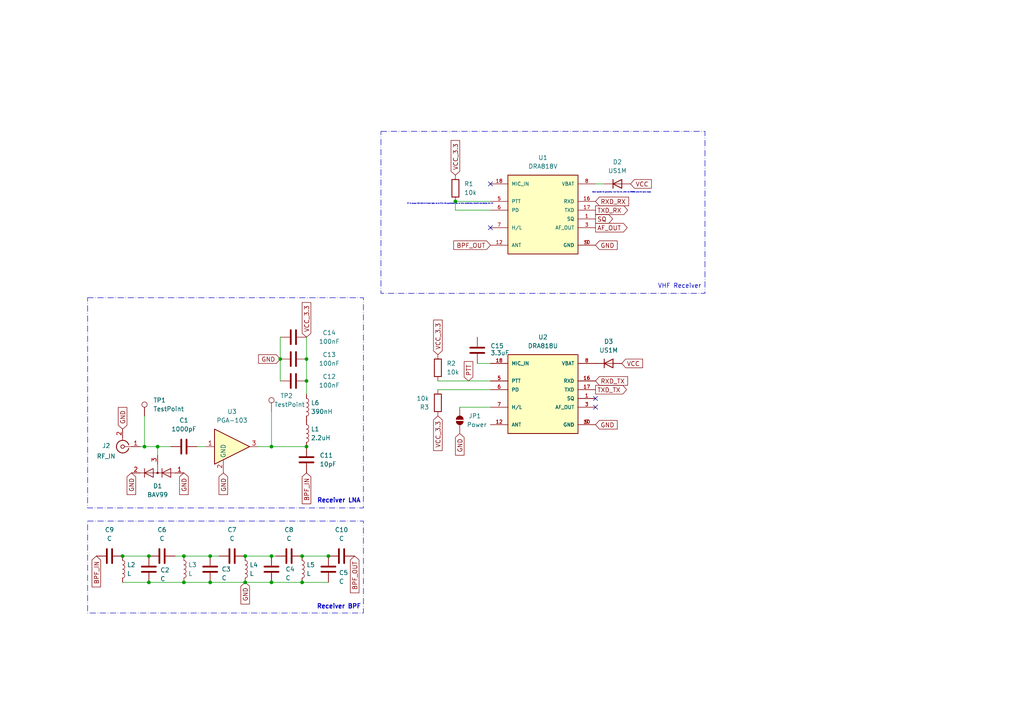
<source format=kicad_sch>
(kicad_sch (version 20250114) (generator "eeschema") (generator_version "9.0")
  (paper "A4")
  (lib_symbols
    (symbol "Connector:Conn_Coaxial" (pin_names (offset 1.016) (hide yes))
      (property "Reference" "J" (at 0.254 3.048 0))
      (property "Value" "Conn_Coaxial" (at 2.921 0 90))
      (symbol "Conn_Coaxial_0_1"
        (polyline (pts (xy -2.54 0) (xy -0.508 0)))
        (arc (start 1.778 0) (mid 0.222 -1.8079) (end -1.778 -0.508) (stroke (width 0.254)))
        (arc (start -1.778 0.508) (mid 0.2221 1.8084) (end 1.778 0) (stroke (width 0.254)))
        (circle (center 0 0) (radius 0.508) (stroke (width 0.2032)))
        (polyline (pts (xy 0 -2.54) (xy 0 -1.778)))
      )
      (symbol "Conn_Coaxial_1_1"
        (pin passive line (at -5.08 0 0) (length 2.54) (name "In") (number "1"))
        (pin passive line (at 0 -5.08 90) (length 2.54) (name "Ext") (number "2"))
      )
    )
    (symbol "Connector:TestPoint" (pin_numbers (hide yes)) (pin_names (offset 0.762) (hide yes))
      (property "Reference" "TP" (at 0 6.858 0))
      (property "Value" "TestPoint" (at 0 5.08 0))
      (symbol "TestPoint_0_1"
        (circle (center 0 3.302) (radius 0.762))
      )
      (symbol "TestPoint_1_1"
        (pin passive line (at 0 0 90) (length 2.54) (name "1") (number "1"))
      )
    )
    (symbol "DRA818:DRA818V" (pin_names (offset 1.016))
      (property "Reference" "U" (at -10.1661 13.2159 0))
      (property "Value" "DRA818V" (at -10.1663 -12.7078 0))
      (symbol "DRA818V_0_0"
        (rectangle (start -10.16 -10.16) (end 10.16 12.7) (stroke (width 0.254)) (fill (type background)))
        (pin input line (at -15.24 10.16 0) (length 5.08) (name "MIC_IN") (number "18"))
        (pin input line (at -15.24 5.08 0) (length 5.08) (name "PTT") (number "5"))
        (pin input line (at -15.24 2.54 0) (length 5.08) (name "PD") (number "6"))
        (pin input line (at -15.24 -2.54 0) (length 5.08) (name "H/L") (number "7"))
        (pin passive line (at -15.24 -7.62 0) (length 5.08) (name "ANT") (number "12"))
        (pin power_in line (at 15.24 10.16 180) (length 5.08) (name "VBAT") (number "8"))
        (pin input line (at 15.24 5.08 180) (length 5.08) (name "RXD") (number "16"))
        (pin output line (at 15.24 2.54 180) (length 5.08) (name "TXD") (number "17"))
        (pin output line (at 15.24 0 180) (length 5.08) (name "SQ") (number "1"))
        (pin output line (at 15.24 -2.54 180) (length 5.08) (name "AF_OUT") (number "3"))
        (pin power_in line (at 15.24 -7.62 180) (length 5.08) (name "GND") (number "10"))
        (pin power_in line (at 15.24 -7.62 180) (length 5.08) (name "GND") (number "9"))
      )
    )
    (symbol "Device:C" (pin_numbers (hide yes)) (pin_names (offset 0.254))
      (property "Reference" "C" (at 0.635 2.54 0))
      (property "Value" "C" (at 0.635 -2.54 0))
      (symbol "C_0_1"
        (polyline (pts (xy -2.032 0.762) (xy 2.032 0.762)) (stroke (width 0.508)))
        (polyline (pts (xy -2.032 -0.762) (xy 2.032 -0.762)) (stroke (width 0.508)))
      )
      (symbol "C_1_1"
        (pin passive line (at 0 3.81 270) (length 2.794) (name "~") (number "1"))
        (pin passive line (at 0 -3.81 90) (length 2.794) (name "~") (number "2"))
      )
    )
    (symbol "Device:L" (pin_numbers (hide yes)) (pin_names (offset 1.016) (hide yes))
      (property "Reference" "L" (at -1.27 0 90))
      (property "Value" "L" (at 1.905 0 90))
      (symbol "L_0_1"
        (arc (start 0 2.54) (mid 0.6323 1.905) (end 0 1.27))
        (arc (start 0 1.27) (mid 0.6323 0.635) (end 0 0))
        (arc (start 0 0) (mid 0.6323 -0.635) (end 0 -1.27))
        (arc (start 0 -1.27) (mid 0.6323 -1.905) (end 0 -2.54))
      )
      (symbol "L_1_1"
        (pin passive line (at 0 3.81 270) (length 1.27) (name "1") (number "1"))
        (pin passive line (at 0 -3.81 90) (length 1.27) (name "2") (number "2"))
      )
    )
    (symbol "Device:R" (pin_numbers (hide yes)) (pin_names (offset 0))
      (property "Reference" "R" (at 2.032 0 90))
      (property "Value" "R" (at 0 0 90))
      (symbol "R_0_1"
        (rectangle (start -1.016 -2.54) (end 1.016 2.54) (stroke (width 0.254)))
      )
      (symbol "R_1_1"
        (pin passive line (at 0 3.81 270) (length 1.27) (name "~") (number "1"))
        (pin passive line (at 0 -3.81 90) (length 1.27) (name "~") (number "2"))
      )
    )
    (symbol "Diode:BAV99" (pin_names (hide yes))
      (property "Reference" "D" (at 0 5.08 0))
      (property "Value" "BAV99" (at 0 2.54 0))
      (symbol "BAV99_0_1"
        (polyline (pts (xy -5.08 0) (xy 5.08 0)))
      )
      (symbol "BAV99_1_1"
        (polyline (pts (xy -3.81 1.27) (xy -1.27 0) (xy -3.81 -1.27) (xy -3.81 1.27) (xy -3.81 1.27) (xy -3.81 1.27)) (stroke (width 0.2032)))
        (polyline (pts (xy -1.27 -1.27) (xy -1.27 1.27) (xy -1.27 1.27)) (stroke (width 0.2032)))
        (polyline (pts (xy 0 0) (xy 0 -2.54)))
        (circle (center 0 0) (radius 0.254) (fill (type outline)))
        (polyline (pts (xy 1.27 1.27) (xy 3.81 0) (xy 1.27 -1.27) (xy 1.27 1.27) (xy 1.27 1.27) (xy 1.27 1.27)) (stroke (width 0.2032)))
        (polyline (pts (xy 3.81 1.27) (xy 3.81 -1.27) (xy 3.81 -1.27)) (stroke (width 0.2032)))
        (pin passive line (at -7.62 0 0) (length 2.54) (name "K") (number "1"))
        (pin passive line (at 0 -5.08 90) (length 2.54) (name "K") (number "3"))
        (pin passive line (at 7.62 0 180) (length 2.54) (name "A") (number "2"))
      )
    )
    (symbol "Diode:US1M" (pin_numbers (hide yes)) (pin_names (hide yes))
      (property "Reference" "D" (at 0 2.54 0))
      (property "Value" "US1M" (at 0 -2.54 0))
      (symbol "US1M_0_1"
        (polyline (pts (xy -1.27 1.27) (xy -1.27 -1.27)) (stroke (width 0.254)))
        (polyline (pts (xy 1.27 1.27) (xy 1.27 -1.27) (xy -1.27 0) (xy 1.27 1.27)) (stroke (width 0.254)))
        (polyline (pts (xy 1.27 0) (xy -1.27 0)))
      )
      (symbol "US1M_1_1"
        (pin passive line (at -3.81 0 0) (length 2.54) (name "K") (number "1"))
        (pin passive line (at 3.81 0 180) (length 2.54) (name "A") (number "2"))
      )
    )
    (symbol "Jumper:SolderJumper_2_Open" (pin_numbers (hide yes)) (pin_names (offset 0) (hide yes)) (in_bom no)
      (property "Reference" "JP" (at 0 2.032 0))
      (property "Value" "SolderJumper_2_Open" (at 0 -2.54 0))
      (symbol "SolderJumper_2_Open_0_1"
        (polyline (pts (xy -0.254 1.016) (xy -0.254 -1.016)))
        (arc (start -0.254 -1.016) (mid -1.2656 0) (end -0.254 1.016))
        (arc (start -0.254 -1.016) (mid -1.2656 0) (end -0.254 1.016) (fill (type outline)))
        (arc (start 0.254 1.016) (mid 1.2656 0) (end 0.254 -1.016))
        (arc (start 0.254 1.016) (mid 1.2656 0) (end 0.254 -1.016) (fill (type outline)))
        (polyline (pts (xy 0.254 1.016) (xy 0.254 -1.016)))
      )
      (symbol "SolderJumper_2_Open_1_1"
        (pin passive line (at -3.81 0 0) (length 2.54) (name "A") (number "1"))
        (pin passive line (at 3.81 0 180) (length 2.54) (name "B") (number "2"))
      )
    )
    (symbol "RF_Amplifier:PGA-103"
      (property "Reference" "U" (at -1.27 7.62 0))
      (property "Value" "PGA-103" (at 2.54 5.08 0))
      (symbol "PGA-103_0_1"
        (polyline (pts (xy 5.08 0) (xy -5.08 5.08) (xy -5.08 -5.08) (xy 5.08 0)) (stroke (width 0.254)) (fill (type background)))
      )
      (symbol "PGA-103_1_1"
        (pin input line (at -7.62 0 0) (length 2.54) (name "~") (number "1"))
        (pin power_in line (at -2.54 -7.62 90) (length 3.81) (name "GND") (number "2"))
        (pin output line (at 7.62 0 180) (length 2.54) (name "~") (number "3"))
      )
    )
  )
  (rectangle (start 110.49 38.1) (end 204.47 85.09) (stroke (width 0) (type dash_dot)))
  (rectangle (start 25.4 151.13) (end 105.41 177.8) (stroke (width 0) (type dash_dot)))
  (rectangle (start 25.4 86.36) (end 105.41 147.32) (stroke (width 0) (type dash_dot)))
  (text "Receiver BPF\n" (at 98.298 176.022 0) (effects (font (size 1.27 1.27) (thickness 0.254) (bold yes))))
  (text "VHF Receiver" (at 197.104 83.058 0) (effects (font (size 1.27 1.27))))
  (text "Receiver LNA" (at 98.298 145.288 0) (effects (font (size 1.27 1.27) (thickness 0.254) (bold yes))))
  (text "Quick solution for generating ~4.3v from 5V, which the DRA818 wants for some reason" (at 180.34 55.88 0) (effects (font (size 0.254 0.254))))
  (text "PTT is always HIGH (this is inverse logic, so no PTT). This guarantees that we never accidentally transmit and destroy the LNA" (at 130.556 59.182 0) (effects (font (size 0.254 0.254) (thickness 0.0508) (bold yes))))
  (junction (at 35.56 161.29))
  (junction (at 43.18 161.29))
  (junction (at 88.9 110.49))
  (junction (at 60.96 168.91))
  (junction (at 45.72 129.54))
  (junction (at 71.12 161.29))
  (junction (at 53.34 161.29))
  (junction (at 88.9 129.54))
  (junction (at 78.74 129.54))
  (junction (at 53.34 168.91))
  (junction (at 132.08 58.42))
  (junction (at 60.96 161.29))
  (junction (at 71.12 168.91))
  (junction (at 87.63 168.91))
  (junction (at 78.74 161.29))
  (junction (at 81.28 104.14))
  (junction (at 87.63 161.29))
  (junction (at 43.18 168.91))
  (junction (at 88.9 104.14))
  (junction (at 95.25 161.29))
  (junction (at 78.74 168.91))
  (junction (at 41.91 129.54))
  (no_connect (at 142.24 53.34))
  (no_connect (at 172.72 118.11))
  (no_connect (at 172.72 115.57))
  (no_connect (at 142.24 66.04))
  (wire (pts (xy 43.18 168.91) (xy 53.34 168.91)))
  (wire (pts (xy 88.9 104.14) (xy 88.9 110.49)))
  (wire (pts (xy 35.56 168.91) (xy 43.18 168.91)))
  (wire (pts (xy 53.34 161.29) (xy 60.96 161.29)))
  (wire (pts (xy 74.93 129.54) (xy 78.74 129.54)))
  (wire (pts (xy 53.34 168.91) (xy 60.96 168.91)))
  (wire (pts (xy 87.63 168.91) (xy 95.25 168.91)))
  (wire (pts (xy 80.01 161.29) (xy 78.74 161.29)))
  (wire (pts (xy 35.56 161.29) (xy 43.18 161.29)))
  (wire (pts (xy 78.74 168.91) (xy 87.63 168.91)))
  (wire (pts (xy 71.12 168.91) (xy 78.74 168.91)))
  (wire (pts (xy 60.96 168.91) (xy 71.12 168.91)))
  (wire (pts (xy 71.12 161.29) (xy 78.74 161.29)))
  (wire (pts (xy 88.9 97.79) (xy 88.9 104.14)))
  (wire (pts (xy 41.91 129.54) (xy 45.72 129.54)))
  (wire (pts (xy 127 113.03) (xy 142.24 113.03)))
  (wire (pts (xy 57.15 129.54) (xy 59.69 129.54)))
  (wire (pts (xy 133.35 118.11) (xy 142.24 118.11)))
  (wire (pts (xy 40.64 129.54) (xy 41.91 129.54)))
  (wire (pts (xy 127 110.49) (xy 142.24 110.49)))
  (wire (pts (xy 175.26 53.34) (xy 172.72 53.34)))
  (wire (pts (xy 45.72 129.54) (xy 45.72 132.08)))
  (wire (pts (xy 49.53 129.54) (xy 45.72 129.54)))
  (wire (pts (xy 132.08 58.42) (xy 142.24 58.42)))
  (wire (pts (xy 81.28 97.79) (xy 81.28 104.14)))
  (wire (pts (xy 60.96 161.29) (xy 63.5 161.29)))
  (wire (pts (xy 78.74 129.54) (xy 78.74 119.38)))
  (wire (pts (xy 132.08 60.96) (xy 132.08 58.42)))
  (wire (pts (xy 41.91 120.65) (xy 41.91 129.54)))
  (wire (pts (xy 142.24 60.96) (xy 132.08 60.96)))
  (wire (pts (xy 87.63 161.29) (xy 95.25 161.29)))
  (wire (pts (xy 88.9 110.49) (xy 88.9 114.3)))
  (wire (pts (xy 138.43 105.41) (xy 142.24 105.41)))
  (wire (pts (xy 78.74 129.54) (xy 88.9 129.54)))
  (wire (pts (xy 81.28 104.14) (xy 81.28 110.49)))
  (wire (pts (xy 53.34 161.29) (xy 50.8 161.29)))
  (global_label "RXD_RX" (shape input) (at 172.72 58.42 0) (property "Intersheetrefs" "${INTERSHEET_REFS}" (effects (hide yes))))
  (global_label "PTT" (shape input) (at 135.89 110.49 90) (property "Intersheetrefs" "${INTERSHEET_REFS}" (effects (hide yes))))
  (global_label "GND" (shape input) (at 172.72 71.12 0) (property "Intersheetrefs" "${INTERSHEET_REFS}" (effects (hide yes))))
  (global_label "AF_OUT" (shape output) (at 172.72 66.04 0) (property "Intersheetrefs" "${INTERSHEET_REFS}" (effects (hide yes))))
  (global_label "GND" (shape input) (at 133.35 125.73 270) (property "Intersheetrefs" "${INTERSHEET_REFS}" (effects (hide yes))))
  (global_label "GND" (shape input) (at 53.34 137.16 270) (property "Intersheetrefs" "${INTERSHEET_REFS}" (effects (hide yes))))
  (global_label "TXD_TX" (shape output) (at 172.72 113.03 0) (property "Intersheetrefs" "${INTERSHEET_REFS}" (effects (hide yes))))
  (global_label "BPF_IN" (shape input) (at 88.9 137.16 270) (effects (font (thickness 0.1588))) (property "Intersheetrefs" "${INTERSHEET_REFS}" (effects (hide yes))))
  (global_label "VCC_3.3" (shape input) (at 127 102.87 90) (property "Intersheetrefs" "${INTERSHEET_REFS}" (effects (hide yes))))
  (global_label "RXD_TX" (shape input) (at 172.72 110.49 0) (property "Intersheetrefs" "${INTERSHEET_REFS}" (effects (hide yes))))
  (global_label "BPF_IN" (shape input) (at 27.94 161.29 270) (effects (font (thickness 0.1588))) (property "Intersheetrefs" "${INTERSHEET_REFS}" (effects (hide yes))))
  (global_label "BPF_OUT" (shape input) (at 102.87 161.29 270) (property "Intersheetrefs" "${INTERSHEET_REFS}" (effects (hide yes))))
  (global_label "VCC_3.3" (shape input) (at 132.08 50.8 90) (property "Intersheetrefs" "${INTERSHEET_REFS}" (effects (hide yes))))
  (global_label "VCC" (shape input) (at 180.34 105.41 0) (property "Intersheetrefs" "${INTERSHEET_REFS}" (effects (hide yes))))
  (global_label "BPF_OUT" (shape input) (at 142.24 71.12 180) (property "Intersheetrefs" "${INTERSHEET_REFS}" (effects (hide yes))))
  (global_label "VCC_3.3" (shape input) (at 127 120.65 270) (property "Intersheetrefs" "${INTERSHEET_REFS}" (effects (hide yes))))
  (global_label "SQ" (shape output) (at 172.72 63.5 0) (property "Intersheetrefs" "${INTERSHEET_REFS}" (effects (hide yes))))
  (global_label "GND" (shape input) (at 38.1 137.16 270) (property "Intersheetrefs" "${INTERSHEET_REFS}" (effects (hide yes))))
  (global_label "GND" (shape input) (at 35.56 124.46 90) (property "Intersheetrefs" "${INTERSHEET_REFS}" (effects (hide yes))))
  (global_label "GND" (shape input) (at 64.77 137.16 270) (property "Intersheetrefs" "${INTERSHEET_REFS}" (effects (hide yes))))
  (global_label "GND" (shape input) (at 172.72 123.19 0) (property "Intersheetrefs" "${INTERSHEET_REFS}" (effects (hide yes))))
  (global_label "VCC_3.3" (shape input) (at 88.9 97.79 90) (property "Intersheetrefs" "${INTERSHEET_REFS}" (effects (hide yes))))
  (global_label "TXD_RX" (shape output) (at 172.72 60.96 0) (property "Intersheetrefs" "${INTERSHEET_REFS}" (effects (hide yes))))
  (global_label "GND" (shape input) (at 71.12 168.91 270) (property "Intersheetrefs" "${INTERSHEET_REFS}" (effects (hide yes))))
  (global_label "VCC" (shape input) (at 182.88 53.34 0) (property "Intersheetrefs" "${INTERSHEET_REFS}" (effects (hide yes))))
  (global_label "GND" (shape input) (at 81.28 104.14 180) (property "Intersheetrefs" "${INTERSHEET_REFS}" (effects (hide yes))))
  (symbol (lib_id "Device:C") (at 67.31 161.29 90) (unit 1)
    (property "Reference" "C7" (at 67.31 153.67 90))
    (property "Value" "C" (at 67.31 156.21 90))
    (property "Description" "Unpolarized capacitor" (effects (hide yes)))
  )
  (symbol (lib_id "Connector:TestPoint") (at 78.74 119.38 0) (unit 1)
    (property "Reference" "TP2" (at 81.28 114.8079 0) (effects (justify left)))
    (property "Value" "TestPoint" (at 79.502 117.348 0) (effects (justify left)))
    (property "Description" "test point" (effects (hide yes)))
  )
  (symbol (lib_id "Device:C") (at 83.82 161.29 90) (unit 1)
    (property "Reference" "C8" (at 83.82 153.67 90))
    (property "Value" "C" (at 83.82 156.21 90))
    (property "Description" "Unpolarized capacitor" (effects (hide yes)))
  )
  (symbol (lib_id "Device:L") (at 35.56 165.1 0) (unit 1)
    (property "Reference" "L2" (at 36.83 163.8299 0) (effects (justify left)))
    (property "Value" "L" (at 36.83 166.3699 0) (effects (justify left)))
    (property "Description" "Inductor" (effects (hide yes)))
  )
  (symbol (lib_id "Device:C") (at 85.09 97.79 90) (unit 1)
    (property "Reference" "C14" (at 95.504 96.52 90))
    (property "Value" "100nF" (at 95.504 99.06 90))
    (property "Description" "Unpolarized capacitor" (effects (hide yes)))
  )
  (symbol (lib_id "Device:R") (at 127 116.84 180) (unit 1)
    (property "Reference" "R3" (at 124.46 118.1101 0) (effects (justify left)))
    (property "Value" "10k" (at 124.46 115.5701 0) (effects (justify left)))
    (property "Description" "Resistor" (effects (hide yes)))
  )
  (symbol (lib_id "DRA818:DRA818V") (at 157.48 115.57 0) (unit 1)
    (property "Reference" "U2" (at 157.48 97.79 0))
    (property "Value" "DRA818U" (at 157.48 100.33 0))
    (property "Footprint" "DRA818V:DORJI_DRA818V" (effects (hide yes)))
    (property "MF" "DORJI" (effects (hide yes)))
    (property "Package" "Package" (effects (hide yes)))
    (property "Price" "None" (effects (hide yes)))
    (property "Check_prices" "https://www.snapeda.com/parts/DRA818V/DORJI/view-part/?ref=eda" (effects (hide yes)))
    (property "PART_REV" "1.23" (effects (hide yes)))
    (property "STANDARD" "MANUFACTURER RECOMMENDATIONS" (effects (hide yes)))
    (property "SnapEDA_Link" "https://www.snapeda.com/parts/DRA818V/DORJI/view-part/?ref=snap" (effects (hide yes)))
    (property "MP" "DRA818V" (effects (hide yes)))
    (property "Availability" "Not in stock" (effects (hide yes)))
    (property "MANUFACTURER" "DORJI" (effects (hide yes)))
  )
  (symbol (lib_id "RF_Amplifier:PGA-103") (at 67.31 129.54 0) (unit 1)
    (property "Reference" "U3" (at 67.31 119.38 0))
    (property "Value" "PGA-103" (at 67.31 121.92 0))
    (property "Footprint" "Package_TO_SOT_SMD:SOT-89-3_Handsoldering" (effects (hide yes)))
    (property "Datasheet" "https://www.minicircuits.com/pdfs/PGA-103+.pdf" (effects (hide yes)))
    (property "Description" "50-4000MHz +11dB Low Noise Amplifier, SOT-89" (effects (hide yes)))
  )
  (symbol (lib_id "Device:C") (at 46.99 161.29 90) (unit 1)
    (property "Reference" "C6" (at 46.99 153.67 90))
    (property "Value" "C" (at 46.99 156.21 90))
    (property "Description" "Unpolarized capacitor" (effects (hide yes)))
  )
  (symbol (lib_id "Device:C") (at 43.18 165.1 0) (unit 1)
    (property "Reference" "C2" (at 46.482 165.354 0) (effects (justify left)))
    (property "Value" "C" (at 46.482 167.894 0) (effects (justify left)))
    (property "Description" "Unpolarized capacitor" (effects (hide yes)))
  )
  (symbol (lib_id "Device:R") (at 127 106.68 0) (unit 1)
    (property "Reference" "R2" (at 129.54 105.4099 0) (effects (justify left)))
    (property "Value" "10k" (at 129.54 107.9499 0) (effects (justify left)))
    (property "Description" "Resistor" (effects (hide yes)))
  )
  (symbol (lib_id "DRA818:DRA818V") (at 157.48 63.5 0) (unit 1)
    (property "Reference" "U1" (at 157.48 45.72 0))
    (property "Value" "DRA818V" (at 157.48 48.26 0))
    (property "Footprint" "DRA818V:DORJI_DRA818V" (effects (hide yes)))
    (property "MF" "DORJI" (effects (hide yes)))
    (property "Package" "Package" (effects (hide yes)))
    (property "Price" "None" (effects (hide yes)))
    (property "Check_prices" "https://www.snapeda.com/parts/DRA818V/DORJI/view-part/?ref=eda" (effects (hide yes)))
    (property "PART_REV" "1.23" (effects (hide yes)))
    (property "STANDARD" "MANUFACTURER RECOMMENDATIONS" (effects (hide yes)))
    (property "SnapEDA_Link" "https://www.snapeda.com/parts/DRA818V/DORJI/view-part/?ref=snap" (effects (hide yes)))
    (property "MP" "DRA818V" (effects (hide yes)))
    (property "Availability" "Not in stock" (effects (hide yes)))
    (property "MANUFACTURER" "DORJI" (effects (hide yes)))
  )
  (symbol (lib_id "Device:C") (at 99.06 161.29 90) (unit 1)
    (property "Reference" "C10" (at 99.06 153.67 90))
    (property "Value" "C" (at 99.06 156.21 90))
    (property "Description" "Unpolarized capacitor" (effects (hide yes)))
  )
  (symbol (lib_id "Device:L") (at 53.34 165.1 0) (unit 1)
    (property "Reference" "L3" (at 54.61 163.8299 0) (effects (justify left)))
    (property "Value" "L" (at 54.61 166.3699 0) (effects (justify left)))
    (property "Description" "Inductor" (effects (hide yes)))
  )
  (symbol (lib_id "Device:C") (at 60.96 165.1 0) (unit 1)
    (property "Reference" "C3" (at 64.262 165.1 0) (effects (justify left)))
    (property "Value" "C" (at 64.262 167.64 0) (effects (justify left)))
    (property "Description" "Unpolarized capacitor" (effects (hide yes)))
  )
  (symbol (lib_id "Connector:Conn_Coaxial") (at 35.56 129.54 180) (unit 1)
    (property "Reference" "J2" (at 32.004 129.286 0) (effects (justify left)))
    (property "Value" "RF_IN" (at 33.528 132.334 0) (effects (justify left)))
    (property "Footprint" "Connector_Coaxial:SMA_Amphenol_132289_EdgeMount" (effects (hide yes)))
    (property "Description" "coaxial connector (BNC, SMA, SMB, SMC, Cinch/RCA, LEMO, ...)" (effects (hide yes)))
  )
  (symbol (lib_id "Device:L") (at 87.63 165.1 0) (unit 1)
    (property "Reference" "L5" (at 88.9 163.8299 0) (effects (justify left)))
    (property "Value" "L" (at 88.9 166.3699 0) (effects (justify left)))
    (property "Description" "Inductor" (effects (hide yes)))
  )
  (symbol (lib_id "Device:C") (at 31.75 161.29 90) (unit 1)
    (property "Reference" "C9" (at 31.75 153.67 90))
    (property "Value" "C" (at 31.75 156.21 90))
    (property "Description" "Unpolarized capacitor" (effects (hide yes)))
  )
  (symbol (lib_id "Jumper:SolderJumper_2_Open") (at 133.35 121.92 90) (unit 1) (in_bom no)
    (property "Reference" "JP1" (at 135.89 120.6499 90) (effects (justify right)))
    (property "Value" "Power" (at 135.382 123.19 90) (effects (justify right)))
    (property "Footprint" "Jumper:SolderJumper-2_P1.3mm_Open_TrianglePad1.0x1.5mm" (effects (hide yes)))
    (property "Description" "Solder Jumper, 2-pole, open" (effects (hide yes)))
  )
  (symbol (lib_id "Device:L") (at 88.9 118.11 0) (unit 1)
    (property "Reference" "L6" (at 90.17 116.8399 0) (effects (justify left)))
    (property "Value" "390nH" (at 90.17 119.3799 0) (effects (justify left)))
    (property "Description" "Inductor" (effects (hide yes)))
  )
  (symbol (lib_id "Connector:TestPoint") (at 41.91 120.65 0) (unit 1)
    (property "Reference" "TP1" (at 44.45 116.0779 0) (effects (justify left)))
    (property "Value" "TestPoint" (at 44.45 118.6179 0) (effects (justify left)))
    (property "Description" "test point" (effects (hide yes)))
  )
  (symbol (lib_id "Device:L") (at 88.9 125.73 0) (unit 1)
    (property "Reference" "L1" (at 90.17 124.4599 0) (effects (justify left)))
    (property "Value" "2.2uH" (at 90.17 126.9999 0) (effects (justify left)))
    (property "Description" "Inductor" (effects (hide yes)))
  )
  (symbol (lib_id "Device:C") (at 85.09 104.14 90) (unit 1)
    (property "Reference" "C13" (at 95.504 102.87 90))
    (property "Value" "100nF" (at 95.504 105.41 90))
    (property "Description" "Unpolarized capacitor" (effects (hide yes)))
  )
  (symbol (lib_id "Device:C") (at 53.34 129.54 90) (unit 1)
    (property "Reference" "C1" (at 53.34 121.92 90))
    (property "Value" "1000pF" (at 53.34 124.46 90))
    (property "Description" "Unpolarized capacitor" (effects (hide yes)))
  )
  (symbol (lib_id "Device:C") (at 138.43 101.6 0) (unit 1)
    (property "Reference" "C15" (at 142.24 100.3299 0) (effects (justify left)))
    (property "Value" "3.3uF" (at 142.24 102.362 0) (effects (justify left)))
    (property "Description" "Unpolarized capacitor" (effects (hide yes)))
  )
  (symbol (lib_id "Diode:BAV99") (at 45.72 137.16 180) (unit 1)
    (property "Reference" "D1" (at 45.72 140.97 0))
    (property "Value" "BAV99" (at 45.72 143.51 0))
    (property "Footprint" "Package_TO_SOT_SMD:SOT-23" (effects (hide yes)))
    (property "Datasheet" "https://assets.nexperia.com/documents/data-sheet/BAV99_SER.pdf" (effects (hide yes)))
    (property "Description" "BAV99 High-speed switching diodes, SOT-23" (effects (hide yes)))
  )
  (symbol (lib_id "Device:C") (at 95.25 165.1 0) (unit 1)
    (property "Reference" "C5" (at 98.298 166.116 0) (effects (justify left)))
    (property "Value" "C" (at 98.298 168.656 0) (effects (justify left)))
    (property "Description" "Unpolarized capacitor" (effects (hide yes)))
  )
  (symbol (lib_id "Device:C") (at 88.9 133.35 180) (unit 1)
    (property "Reference" "C11" (at 92.71 132.0799 0) (effects (justify right)))
    (property "Value" "10pF" (at 92.71 134.6199 0) (effects (justify right)))
    (property "Description" "Unpolarized capacitor" (effects (hide yes)))
  )
  (symbol (lib_id "Device:L") (at 71.12 165.1 0) (unit 1)
    (property "Reference" "L4" (at 72.39 163.8299 0) (effects (justify left)))
    (property "Value" "L" (at 72.39 166.3699 0) (effects (justify left)))
    (property "Description" "Inductor" (effects (hide yes)))
  )
  (symbol (lib_id "Device:R") (at 132.08 54.61 0) (unit 1)
    (property "Reference" "R1" (at 134.62 53.3399 0) (effects (justify left)))
    (property "Value" "10k" (at 134.62 55.8799 0) (effects (justify left)))
    (property "Description" "Resistor" (effects (hide yes)))
  )
  (symbol (lib_id "Diode:US1M") (at 179.07 53.34 0) (unit 1)
    (property "Reference" "D2" (at 179.07 46.99 0))
    (property "Value" "US1M" (at 179.07 49.53 0))
    (property "Footprint" "Diode_SMD:D_SMA" (effects (hide yes)))
    (property "Datasheet" "https://www.diodes.com/assets/Datasheets/ds16008.pdf" (effects (hide yes)))
    (property "Description" "1000V, 1A, General Purpose Rectifier Diode, SMA(DO-214AC)" (effects (hide yes)))
    (property "Sim.Device" "D" (effects (hide yes)))
    (property "Sim.Pins" "1=K 2=A" (effects (hide yes)))
  )
  (symbol (lib_id "Device:C") (at 85.09 110.49 90) (unit 1)
    (property "Reference" "C12" (at 95.504 109.22 90))
    (property "Value" "100nF" (at 95.504 111.76 90))
    (property "Description" "Unpolarized capacitor" (effects (hide yes)))
  )
  (symbol (lib_id "Device:C") (at 78.74 165.1 0) (unit 1)
    (property "Reference" "C4" (at 82.804 165.1 0) (effects (justify left)))
    (property "Value" "C" (at 82.804 167.64 0) (effects (justify left)))
    (property "Description" "Unpolarized capacitor" (effects (hide yes)))
  )
  (symbol (lib_id "Diode:US1M") (at 176.53 105.41 0) (unit 1)
    (property "Reference" "D3" (at 176.53 99.06 0))
    (property "Value" "US1M" (at 176.53 101.6 0))
    (property "Footprint" "Diode_SMD:D_SMA" (effects (hide yes)))
    (property "Datasheet" "https://www.diodes.com/assets/Datasheets/ds16008.pdf" (effects (hide yes)))
    (property "Description" "1000V, 1A, General Purpose Rectifier Diode, SMA(DO-214AC)" (effects (hide yes)))
    (property "Sim.Device" "D" (effects (hide yes)))
    (property "Sim.Pins" "1=K 2=A" (effects (hide yes)))
  )
)
</source>
